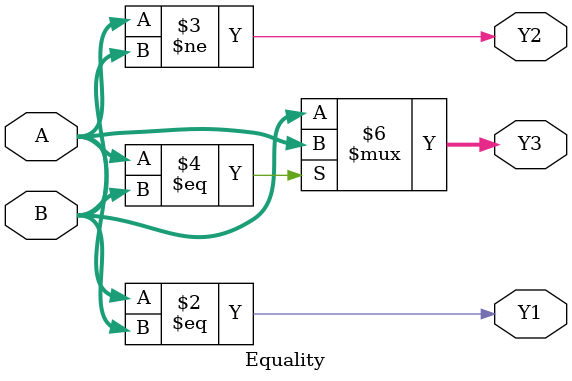
<source format=v>
module Equality (A, B, Y1, Y2, Y3);

 

                 input [2:0] A, B;

                 output Y1, Y2;

                 output [2:0] Y3;

                 reg Y1, Y2;

                 reg [2:0] Y3;

                 always @(A or B)

                 begin

                                  Y1=A==B;//Y1=1 if A equivalent to B

                                  Y2=A!=B;//Y2=1 if A not equivalent to B

                                  if (A==B)//parenthesis needed

                                                   Y3=A;

                                  else

                                                   Y3=B;

                 end

endmodule
</source>
